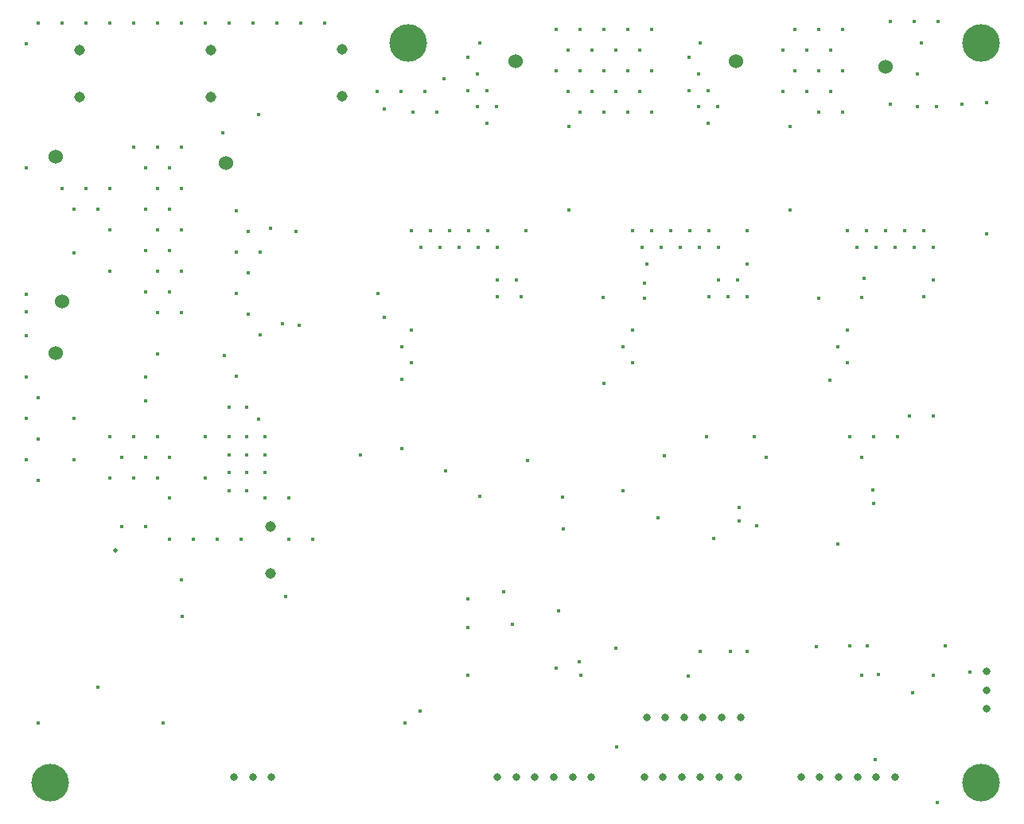
<source format=gbr>
G04 PROTEUS GERBER X2 FILE*
%TF.GenerationSoftware,Labcenter,Proteus,8.7-SP3-Build25561*%
%TF.CreationDate,2021-07-01T20:15:02+00:00*%
%TF.FileFunction,Plated,1,2,PTH*%
%TF.FilePolarity,Positive*%
%TF.Part,Single*%
%TF.SameCoordinates,{0ff4b75a-929f-468c-805a-ac40d57636d7}*%
%FSLAX45Y45*%
%MOMM*%
G01*
%TA.AperFunction,MechanicalDrill*%
%ADD142C,0.381000*%
%TA.AperFunction,ViaDrill*%
%ADD143C,0.381000*%
%ADD144C,0.508000*%
%TA.AperFunction,ComponentDrill*%
%ADD145C,1.524000*%
%TA.AperFunction,ComponentDrill*%
%ADD146C,0.812800*%
%TA.AperFunction,ComponentDrill*%
%ADD147C,1.143000*%
%TA.AperFunction,OtherDrill,Unknown*%
%ADD148C,4.000000*%
%TD.AperFunction*%
D142*
X+3225800Y+1174750D03*
X+3479800Y+1174750D03*
X+5257800Y+1174750D03*
X+5511800Y+1174750D03*
X+5765800Y+1174750D03*
X+7543800Y+1174750D03*
X+7797800Y+1174750D03*
X+3098800Y+1394720D03*
X+3352800Y+1394720D03*
X+4876800Y+1394720D03*
X+5130800Y+1394720D03*
X+5384800Y+1394720D03*
X+5638800Y+1394720D03*
X+7162800Y+1394720D03*
X+7416800Y+1394720D03*
X+7670800Y+1394720D03*
X+4749800Y+1614690D03*
X+5003800Y+1614690D03*
X+5257800Y+1614690D03*
X+5511800Y+1614690D03*
X+5765800Y+1614690D03*
X+7289800Y+1614690D03*
X+7543800Y+1614690D03*
X+7797800Y+1614690D03*
X+4876800Y+1834660D03*
X+5130800Y+1834660D03*
X+5384800Y+1834660D03*
X+5638800Y+1834660D03*
X+7162800Y+1834660D03*
X+7416800Y+1834660D03*
X+7670800Y+1834660D03*
X+4749800Y+2054630D03*
X+5003800Y+2054630D03*
X+5257800Y+2054630D03*
X+5511800Y+2054630D03*
X+5765800Y+2054630D03*
X+7289800Y+2054630D03*
X+7543800Y+2054630D03*
X+7797800Y+2054630D03*
D143*
X+5562600Y-1497654D03*
X+5461000Y-1321678D03*
X+5562600Y-1145702D03*
X+5715000Y-444500D03*
X+5689600Y-812800D03*
X+5689600Y-647700D03*
X+6375400Y-793750D03*
X+6578600Y-793750D03*
X+6781800Y-793750D03*
X+6477000Y-617774D03*
X+6680200Y-617774D03*
X+6781800Y-441798D03*
X+5664200Y-265822D03*
X+5867400Y-265822D03*
X+6070600Y-265822D03*
X+6273800Y-265822D03*
X+6477000Y-265822D03*
X+5562600Y-89846D03*
X+5765800Y-89846D03*
X+5969000Y-89846D03*
X+6172200Y-89846D03*
X+6375400Y-89846D03*
X+6781800Y-89846D03*
X+7848600Y-1497654D03*
X+7747000Y-1321678D03*
X+7848600Y-1145702D03*
X+8001000Y-800100D03*
X+8026400Y-596900D03*
X+8661400Y-793750D03*
X+8763000Y-617774D03*
X+7950200Y-265822D03*
X+8153400Y-265822D03*
X+8356600Y-265822D03*
X+8559800Y-265822D03*
X+8763000Y-265822D03*
X+7848600Y-89846D03*
X+8051800Y-89846D03*
X+8255000Y-89846D03*
X+8458200Y-89846D03*
X+8661400Y-89846D03*
X+3213100Y-1497654D03*
X+3111500Y-1321678D03*
X+3213100Y-1145702D03*
X+4127500Y-617774D03*
X+4330700Y-617774D03*
X+3314700Y-265822D03*
X+3517900Y-265822D03*
X+3721100Y-265822D03*
X+3924300Y-265822D03*
X+4127500Y-265822D03*
X+3213100Y-89846D03*
X+3416300Y-89846D03*
X+3619500Y-89846D03*
X+3822700Y-89846D03*
X+4025900Y-89846D03*
X+4432300Y-89846D03*
X+4013200Y+1052310D03*
X+3911600Y+1228286D03*
X+4114800Y+1228286D03*
X+3810000Y+1404262D03*
X+4013200Y+1404262D03*
X+3911600Y+1580238D03*
X+3810000Y+1756214D03*
X+3937000Y+1905000D03*
X+8597900Y+1228286D03*
X+8801100Y+1228286D03*
X+8597900Y+1580238D03*
X+8636000Y+1905000D03*
X+6363969Y+1052310D03*
X+6262369Y+1228286D03*
X+6465569Y+1228286D03*
X+6160769Y+1404262D03*
X+6363969Y+1404262D03*
X+6262369Y+1580238D03*
X+6160769Y+1756214D03*
X+6286500Y+1905000D03*
X+7747000Y-3429000D03*
X+6428649Y-3363510D03*
D142*
X+3111500Y-1673630D03*
X+4127500Y-793750D03*
X+4381500Y-793750D03*
X+5003800Y+1174750D03*
D143*
X-127000Y-4953000D03*
D144*
X+63500Y-3492500D03*
D143*
X+1870921Y-3983646D03*
D142*
X+1599186Y-1195100D03*
X+1472186Y-975130D03*
X+1345186Y-755160D03*
X+1472186Y-535190D03*
X+1345186Y-315220D03*
X+1599186Y-315220D03*
X+1472186Y-95250D03*
X+1345186Y+124720D03*
X+1714500Y-63500D03*
X+1206500Y+952500D03*
X+1587500Y+1143000D03*
X-762000Y-2746780D03*
X-889000Y-2526810D03*
X-762000Y-2306840D03*
X-889000Y-2086870D03*
X-381000Y-2086870D03*
X-762000Y-1866900D03*
X-889000Y-1646930D03*
X-889000Y-1206990D03*
X-889000Y-952500D03*
X-889000Y-767050D03*
X-381000Y-327110D03*
X+2844800Y+1394720D03*
X+8305800Y+1257545D03*
X+9067800Y+1257545D03*
X+8305800Y+2137425D03*
X+8559800Y+2137425D03*
X+8813800Y+2137425D03*
D143*
X+5837110Y-3144357D03*
X+2921000Y+1206500D03*
X+4889500Y+1016000D03*
X+4889500Y+127000D03*
X+2857500Y-762000D03*
X+9334500Y-127000D03*
X+9334500Y+1270000D03*
X+7239000Y+1016000D03*
X+7239000Y+127000D03*
X+5461000Y-2857500D03*
X+4191000Y-3937000D03*
X+6286500Y-4572000D03*
X+6604000Y-4572000D03*
X+7519052Y-4519896D03*
X+7874000Y-4508500D03*
X+3811743Y-4009908D03*
X+3810000Y-4318000D03*
X+2921000Y-1016000D03*
D142*
X+635000Y-3378275D03*
X+889000Y-3378275D03*
X+1143000Y-3378275D03*
X+1397000Y-3378275D03*
X+1905000Y-3378275D03*
X+2159000Y-3378275D03*
X+127000Y-3238500D03*
X+381000Y-3238500D03*
X+1651000Y-2667000D03*
X+1651000Y-2286000D03*
X+1460500Y-2476500D03*
X+0Y-2718365D03*
X+508000Y-2718365D03*
X+1460500Y-2857500D03*
X+1460500Y-2667000D03*
X+1651000Y-2476500D03*
X+381000Y-2498395D03*
X+381000Y-1651000D03*
X+1270000Y-2476500D03*
X+1270000Y-2667000D03*
X+3111500Y-2413000D03*
X+4445000Y-2540000D03*
X+6985000Y-2498395D03*
X+0Y-2278425D03*
X+254000Y-2278425D03*
X+508000Y-2278425D03*
X+1016000Y-2278425D03*
X+1270000Y-2278425D03*
X+1270000Y-2857500D03*
X+1270000Y-1968500D03*
X+1460500Y-1968500D03*
X+1460500Y-2286000D03*
X+6858000Y-2278425D03*
X+381000Y-1905000D03*
X+1587500Y-2095500D03*
X+508000Y-1398545D03*
X+508000Y-958605D03*
X+762000Y-958605D03*
X+381000Y-738635D03*
X+635000Y-738635D03*
X+0Y-518665D03*
X+508000Y-518665D03*
X+762000Y-518665D03*
X+381000Y-298695D03*
X+635000Y-298695D03*
X+0Y-78725D03*
X+508000Y-78725D03*
X+762000Y-78725D03*
X-381000Y+141245D03*
X-127000Y+141245D03*
X+381000Y+141245D03*
X+635000Y+141245D03*
X-508000Y+361215D03*
X-254000Y+361215D03*
X+0Y+361215D03*
X+508000Y+361215D03*
X+762000Y+361215D03*
X-889000Y+581185D03*
X+381000Y+581185D03*
X+635000Y+581185D03*
X+254000Y+801155D03*
X+508000Y+801155D03*
X+762000Y+801155D03*
X-889000Y+1901005D03*
X-762000Y+2120975D03*
X-508000Y+2120975D03*
X-254000Y+2120975D03*
X+0Y+2120975D03*
X+254000Y+2120975D03*
X+508000Y+2120975D03*
X+762000Y+2120975D03*
X+1016000Y+2120975D03*
X+1270000Y+2120975D03*
X+1524000Y+2120975D03*
X+1778000Y+2120975D03*
X+2032000Y+2120975D03*
X+2286000Y+2120975D03*
D143*
X+5384021Y-4535575D03*
X-762000Y-5334000D03*
X+4283159Y-4283011D03*
X+4826045Y-3267760D03*
X+3937000Y-2921000D03*
X+8179340Y-4812956D03*
X+8546457Y-5012353D03*
X+8763000Y-4826000D03*
X+8890000Y-4508500D03*
X+9152534Y-4790567D03*
X+8144101Y-5716084D03*
X+8802625Y-6177544D03*
X+6153231Y-4826944D03*
X+6778656Y-4571579D03*
X+8064500Y-4508500D03*
X+8001000Y-4826000D03*
X+5397500Y-5588000D03*
X+4775444Y-4133215D03*
X+4754453Y-4741974D03*
X+3810000Y-4826000D03*
X+4993399Y-4680922D03*
X+5016500Y-4826000D03*
X+3302000Y-5207000D03*
X+3145817Y-5333103D03*
X+2667000Y-2476500D03*
X+1841500Y-1079500D03*
X+2014205Y-1094840D03*
X+571500Y-5334000D03*
X+772975Y-4198785D03*
X+3556000Y+1524000D03*
X+762000Y-3810000D03*
X+3576345Y-2643122D03*
X+7543800Y-812800D03*
X+8127850Y-2993866D03*
X+8118219Y-2853714D03*
X+4818888Y-2925288D03*
X+5249412Y-804176D03*
X+6696244Y-3035770D03*
X+5257800Y-1714500D03*
X+5905500Y-2489200D03*
X+6883138Y-3230089D03*
X+6698805Y-3180794D03*
X+7664736Y-1676863D03*
D142*
X-381000Y-2526810D03*
X+635000Y-2938335D03*
X+1651000Y-2938335D03*
X+1905000Y-2938335D03*
X+254000Y-2718365D03*
X+1016000Y-2718365D03*
X+127000Y-2498395D03*
X+635000Y-2498395D03*
X+8001000Y-2498395D03*
X+6350000Y-2278425D03*
X+7874000Y-2278425D03*
X+8128000Y-2278425D03*
X+8382000Y-2278425D03*
X+8509000Y-2058455D03*
X+8763000Y-2058455D03*
X+1345186Y-1635040D03*
X+1218186Y-1415070D03*
X+1980186Y-95250D03*
D145*
X+4318000Y+1714500D03*
X+6667500Y+1714500D03*
X+8255000Y+1651000D03*
X-571500Y+698500D03*
X-571500Y-1397000D03*
D146*
X+9334500Y-5181500D03*
X+9334500Y-4981500D03*
X+9334500Y-4781500D03*
X+8356500Y-5905500D03*
X+8156500Y-5905500D03*
X+7956500Y-5905500D03*
X+7756500Y-5905500D03*
X+7556500Y-5905500D03*
X+7356500Y-5905500D03*
D145*
X-510798Y-841109D03*
X+1240380Y+628303D03*
D147*
X+1079500Y+1333500D03*
X+1079500Y+1833500D03*
X-317500Y+1333500D03*
X-317500Y+1833500D03*
X+2476500Y+1337500D03*
X+2476500Y+1837500D03*
D148*
X+9271000Y+1905000D03*
X+3175000Y+1905000D03*
X+9271000Y-5969000D03*
X-635000Y-5969000D03*
D146*
X+4124500Y-5905500D03*
X+4324500Y-5905500D03*
X+4524500Y-5905500D03*
X+4724500Y-5905500D03*
X+4924500Y-5905500D03*
X+5124500Y-5905500D03*
X+5686500Y-5905500D03*
X+5886500Y-5905500D03*
X+6086500Y-5905500D03*
X+6286500Y-5905500D03*
X+6486500Y-5905500D03*
X+6686500Y-5905500D03*
X+5712000Y-5270500D03*
X+5912000Y-5270500D03*
X+6112000Y-5270500D03*
X+6312000Y-5270500D03*
X+6512000Y-5270500D03*
X+6712000Y-5270500D03*
X+1722731Y-5905500D03*
X+1522731Y-5905500D03*
X+1322731Y-5905500D03*
D147*
X+1714500Y-3738500D03*
X+1714500Y-3238500D03*
M02*

</source>
